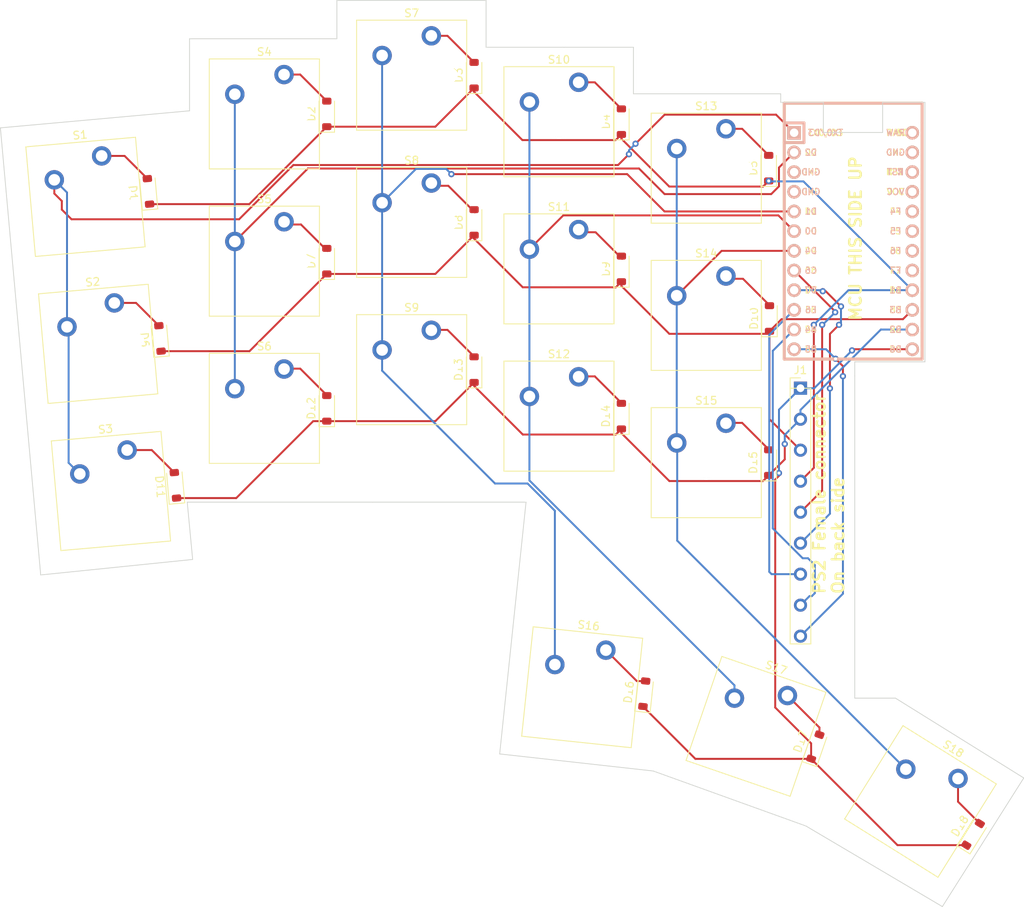
<source format=kicad_pcb>
(kicad_pcb (version 20221018) (generator pcbnew)
  (layers (0 "F.Cu" signal) (31 "B.Cu" signal) (34 "B.Paste" user) (35 "F.Paste" user) (36 "B.SilkS" user "B.Silkscreen") (37 "F.SilkS" user "F.Silkscreen") (38 "B.Mask" user) (39 "F.Mask" user) (44 "Edge.Cuts" user))
  (net 0 "")
  (net 1 "R4")
  (net 2 "Net-(D1-A)")
  (net 3 "Net-(D2-A)")
  (net 4 "Net-(D3-A)")
  (net 5 "Net-(D4-A)")
  (net 7 "Net-(D5-A)")
  (net 8 "R3")
  (net 9 "Net-(D6-A)")
  (net 10 "Net-(D7-A)")
  (net 11 "Net-(D8-A)")
  (net 12 "Net-(D9-A)")
  (net 13 "Net-(D10-A)")
  (net 14 "R2")
  (net 15 "Net-(D11-A)")
  (net 16 "Net-(D12-A)")
  (net 17 "Net-(D13-A)")
  (net 18 "Net-(D14-A)")
  (net 19 "Net-(D15-A)")
  (net 20 "R1")
  (net 21 "Net-(D16-A)")
  (net 22 "Net-(D17-A)")
  (net 23 "Net-(D18-A)")
  (net 24 "C6")
  (net 25 "C7")
  (net 26 "C8")
  (net 27 "C9")
  (net 28 "C10")
  (net 29 "C1")
  (net 30 "C2")
  (net 31 "C3")
  (net 32 "C4")
  (net 33 "C5")
  (footprint "Diode_SMD:D_SOD-123" (layer "F.Cu") (at 88.9 95.603631 90)
    (fp_text reference "D14")
    (fp_text value "D_Small")
  )
  (footprint "Diode_SMD:D_SOD-123" (layer "F.Cu") (at 88.9 57.603631 90)
    (fp_text reference "D4")
    (fp_text value "D_Small")
  )
  (footprint "Switch_Keyboard_Cherry_MX:SW_Cherry_MX_PCB_1.00u" (layer "F.Cu") (at 61.847381 70.603631)
    (fp_text reference "S8")
    (fp_text value "SW_Push")
  )
  (footprint "Switch_Keyboard_Cherry_MX:SW_Cherry_MX_PCB_1.00u" (layer "F.Cu") (at 80.847381 76.603631)
    (fp_text reference "S11")
    (fp_text value "SW_Push")
  )
  (footprint "Diode_SMD:D_SOD-123" (layer "F.Cu") (at 29.382957 85.577738 95)
    (fp_text reference "D6")
    (fp_text value "D_Small")
  )
  (footprint "Diode_SMD:D_SOD-123" (layer "F.Cu") (at 91.853649 131.434063 84)
    (fp_text reference "D16")
    (fp_text value "D_Small")
  )
  (footprint "Switch_Keyboard_Cherry_MX:SW_Cherry_MX_PCB_1.00u" (layer "F.Cu") (at 21.41117 86.275179 5)
    (fp_text reference "S2")
    (fp_text value "SW_Push")
  )
  (footprint "Diode_SMD:D_SOD-123" (layer "F.Cu") (at 50.9 75.603631 90)
    (fp_text reference "D7")
    (fp_text value "D_Small")
  )
  (footprint "Switch_Keyboard_Cherry_MX:SW_Cherry_MX_PCB_1.00u" (layer "F.Cu") (at 42.847381 75.603631)
    (fp_text reference "S5")
    (fp_text value "SW_Push")
  )
  (footprint "Diode_SMD:D_SOD-123" (layer "F.Cu") (at 69.9 89.603631 90)
    (fp_text reference "D13")
    (fp_text value "D_Small")
  )
  (footprint "Diode_SMD:D_SOD-123" (layer "F.Cu") (at 27.9 66.6 95)
    (fp_text reference "D1")
    (fp_text value "D_Small")
  )
  (footprint "Switch_Keyboard_Cherry_MX:SW_Cherry_MX_PCB_1.00u" (layer "F.Cu") (at 42.847381 94.603631)
    (fp_text reference "S6")
    (fp_text value "SW_Push")
  )
  (footprint "Diode_SMD:D_SOD-123" (layer "F.Cu") (at 113.910976 138.2753 71)
    (fp_text reference "D17")
    (fp_text value "D_Small")
  )
  (footprint "Diode_SMD:D_SOD-123" (layer "F.Cu") (at 107.9 63.6 90)
    (fp_text reference "D5")
    (fp_text value "D_Small")
  )
  (footprint "Switch_Keyboard_Cherry_MX:SW_Cherry_MX_PCB_1.00u" (layer "F.Cu") (at 19.773893 67.305414 5)
    (fp_text reference "S1")
    (fp_text value "SW_Push")
  )
  (footprint "Switch_Keyboard_Cherry_MX:SW_Cherry_MX_PCB_1.00u" (layer "F.Cu") (at 61.847381 51.603631)
    (fp_text reference "S7")
    (fp_text value "SW_Push")
  )
  (footprint "Switch_Keyboard_Cherry_MX:SW_Cherry_MX_PCB_1.00u" (layer "F.Cu") (at 83.842328 130.592039 -6)
    (fp_text reference "S16")
    (fp_text value "SW_Push")
  )
  (footprint "Switch_Keyboard_Cherry_MX:SW_Cherry_MX_PCB_1.00u" (layer "F.Cu") (at 80.847381 57.603631)
    (fp_text reference "S10")
    (fp_text value "SW_Push")
  )
  (footprint "Switch_Keyboard_Cherry_MX:SW_Cherry_MX_PCB_1.00u" (layer "F.Cu") (at 127.475976 145.33504 -32)
    (fp_text reference "S18")
    (fp_text value "SW_Push")
  )
  (footprint "Switch_Keyboard_Cherry_MX:SW_Cherry_MX_PCB_1.00u" (layer "F.Cu") (at 42.847381 56.603631)
    (fp_text reference "S4")
    (fp_text value "SW_Push")
  )
  (footprint "Diode_SMD:D_SOD-123" (layer "F.Cu") (at 107.9 101.603631 90)
    (fp_text reference "D15")
    (fp_text value "D_Small")
  )
  (footprint "Diode_SMD:D_SOD-123" (layer "F.Cu") (at 108 83 90)
    (fp_text reference "D10")
    (fp_text value "D_Small")
  )
  (footprint "Switch_Keyboard_Cherry_MX:SW_Cherry_MX_PCB_1.00u" (layer "F.Cu") (at 106.260952 135.641185 -19)
    (fp_text reference "S17")
    (fp_text value "SW_Push")
  )
  (footprint "MX:1x9 4mm" (layer "F.Cu") (at 112 92)
    (fp_text reference "J1")
    (fp_text value "Conn_01x09")
  )
  (footprint "Diode_SMD:D_SOD-123" (layer "F.Cu") (at 50.9 94.6 90)
    (fp_text reference "D12")
    (fp_text value "D_Small")
  )
  (footprint "Diode_SMD:D_SOD-123" (layer "F.Cu") (at 69.9 70.603631 90)
    (fp_text reference "D8")
    (fp_text value "D_Small")
  )
  (footprint "Switch_Keyboard_Cherry_MX:SW_Cherry_MX_PCB_1.00u" (layer "F.Cu") (at 23.059801 105.263719 5)
    (fp_text reference "S3")
    (fp_text value "SW_Push")
  )
  (footprint "Switch_Keyboard_Cherry_MX:SW_Cherry_MX_PCB_1.00u" (layer "F.Cu") (at 99.847381 82.603631)
    (fp_text reference "S14")
    (fp_text value "SW_Push")
  )
  (footprint "Diode_SMD:D_SOD-123" (layer "F.Cu") (at 50.9 56.6 90)
    (fp_text reference "D2")
    (fp_text value "D_Small")
  )
  (footprint "Diode_SMD:D_SOD-123" (layer "F.Cu") (at 88.9 76.603631 90)
    (fp_text reference "D9")
    (fp_text value "D_Small")
  )
  (footprint "Keebio-Parts:ArduinoProMicro" (layer "F.Cu") (at 118.8 73 -90)
    (fp_text reference "U2" hide)
    (fp_text value "ProMicro" hide)
  )
  (footprint "Switch_Keyboard_Cherry_MX:SW_Cherry_MX_PCB_1.00u" (layer "F.Cu") (at 99.847381 63.603631)
    (fp_text reference "S13")
    (fp_text value "SW_Push")
  )
  (footprint "Diode_SMD:D_SOD-123" (layer "F.Cu") (at 134.260361 149.574394 58)
    (fp_text reference "D18")
    (fp_text value "D_Small")
  )
  (footprint "Diode_SMD:D_SOD-123" (layer "F.Cu") (at 31.379293 104.535858 95)
    (fp_text reference "D11")
    (fp_text value "D_Small")
  )
  (footprint "Diode_SMD:D_SOD-123" (layer "F.Cu") (at 69.9 51.603631 90)
    (fp_text reference "D3")
    (fp_text value "D_Small")
  )
  (footprint "Switch_Keyboard_Cherry_MX:SW_Cherry_MX_PCB_1.00u" (layer "F.Cu") (at 80.847381 95.603631)
    (fp_text reference "S12")
    (fp_text value "SW_Push")
  )
  (footprint "Switch_Keyboard_Cherry_MX:SW_Cherry_MX_PCB_1.00u" (layer "F.Cu") (at 61.847381 89.603631)
    (fp_text reference "S9")
    (fp_text value "SW_Push")
  )
  (footprint "Switch_Keyboard_Cherry_MX:SW_Cherry_MX_PCB_1.00u" (layer "F.Cu") (at 99.847381 101.603631)
    (fp_text reference "S15")
    (fp_text value "SW_Push")
  )
  (gr_line (start 81.5 48) (end 90.45 48) (stroke (width 0.1)) (layer "Edge.Cuts"))
  (gr_line (start 119 132) (end 124.25 132) (stroke (width 0.1)) (layer "Edge.Cuts"))
  (gr_line (start 112.7 148.5) (end 93 141.4) (stroke (width 0.1)) (layer "Edge.Cuts"))
  (gr_line (start 14 116.1) (end 8.8 58.4) (stroke (width 0.1)) (layer "Edge.Cuts"))
  (gr_line (start 119 90.4) (end 119 132) (stroke (width 0.1)) (layer "Edge.Cuts"))
  (gr_line (start 124.25 132) (end 140.8 142.3) (stroke (width 0.1)) (layer "Edge.Cuts"))
  (gr_line (start 71.45 41.95) (end 71.45 48) (stroke (width 0.1)) (layer "Edge.Cuts"))
  (gr_line (start 32.9 106.7) (end 56.8 106.7) (stroke (width 0.1)) (layer "Edge.Cuts"))
  (gr_line (start 122.6 59) (end 122.6 55.1) (stroke (width 0.1)) (layer "Edge.Cuts"))
  (gr_line (start 114.95 59) (end 122.6 59) (stroke (width 0.1)) (layer "Edge.Cuts"))
  (gr_line (start 33.6 114.1) (end 32.9 106.7) (stroke (width 0.1)) (layer "Edge.Cuts"))
  (gr_line (start 109.45 54) (end 109.45 55.1) (stroke (width 0.1)) (layer "Edge.Cuts"))
  (gr_line (start 33.2 56.2) (end 33.2 46.9) (stroke (width 0.1)) (layer "Edge.Cuts"))
  (gr_line (start 90.45 48) (end 90.45 54) (stroke (width 0.1)) (layer "Edge.Cuts"))
  (gr_line (start 128.05 88.6) (end 119 88.6) (stroke (width 0.1)) (layer "Edge.Cuts"))
  (gr_line (start 56.8 106.7) (end 76.6 106.7) (stroke (width 0.1)) (layer "Edge.Cuts"))
  (gr_line (start 14 116.1) (end 33.6 114.1) (stroke (width 0.1)) (layer "Edge.Cuts"))
  (gr_line (start 109.45 55.1) (end 114.95 55.1) (stroke (width 0.1)) (layer "Edge.Cuts"))
  (gr_line (start 130.3 158.9) (end 140.8 142.3) (stroke (width 0.1)) (layer "Edge.Cuts"))
  (gr_line (start 52.2 41.95) (end 71.45 41.95) (stroke (width 0.1)) (layer "Edge.Cuts"))
  (gr_line (start 33.2 46.9) (end 52.2 46.9) (stroke (width 0.1)) (layer "Edge.Cuts"))
  (gr_line (start 93 141.4) (end 73.2 139.2) (stroke (width 0.1)) (layer "Edge.Cuts"))
  (gr_line (start 128.05 55.1) (end 128.05 88.6) (stroke (width 0.1)) (layer "Edge.Cuts"))
  (gr_line (start 130.3 158.9) (end 112.7 148.5) (stroke (width 0.1)) (layer "Edge.Cuts"))
  (gr_line (start 119 88.6) (end 119 90.4) (stroke (width 0.1)) (layer "Edge.Cuts"))
  (gr_line (start 8.8 58.4) (end 33.2 56.2) (stroke (width 0.1)) (layer "Edge.Cuts"))
  (gr_line (start 71.45 48) (end 81.5 48) (stroke (width 0.1)) (layer "Edge.Cuts"))
  (gr_line (start 73.2 139.2) (end 76.6 106.7) (stroke (width 0.1)) (layer "Edge.Cuts"))
  (gr_line (start 52.2 46.9) (end 52.2 41.95) (stroke (width 0.1)) (layer "Edge.Cuts"))
  (gr_line (start 122.6 55.1) (end 128.05 55.1) (stroke (width 0.1)) (layer "Edge.Cuts"))
  (gr_line (start 114.95 55.1) (end 114.95 59) (stroke (width 0.1)) (layer "Edge.Cuts"))
  (gr_line (start 90.45 54) (end 109.45 54) (stroke (width 0.1)) (layer "Edge.Cuts"))
  (gr_text "PS2 Female connector\nOn back side" (at 117.723227 118.699079 90) (layer "F.SilkS") (effects (font (size 1.5 1.5) (thickness 0.3) bold) (justify left bottom)))
  (gr_text "MCU THIS SIDE UP" (at 119.973227 83.449079 90) (layer "F.SilkS") (effects (font (size 1.5 1.5) (thickness 0.3) bold) (justify left bottom)))
  (segment (start 88.175 59.978631) (end 88.9 59.253631) (width 0.25) (layer "F.Cu") (net 1))
  (segment (start 88.9 59.8) (end 95.078631 65.978631) (width 0.25) (layer "F.Cu") (net 1))
  (segment (start 95.078631 65.978631) (end 107.171369 65.978631) (width 0.25) (layer "F.Cu") (net 1))
  (segment (start 88.9 59.253631) (end 88.9 59.8) (width 0.25) (layer "F.Cu") (net 1))
  (segment (start 28.043807 68.243721) (end 40.906279 68.243721) (width 0.25) (layer "F.Cu") (net 1))
  (segment (start 50.9 58.25) (end 64.903631 58.25) (width 0.25) (layer "F.Cu") (net 1))
  (segment (start 64.903631 58.25) (end 69.9 53.253631) (width 0.25) (layer "F.Cu") (net 1))
  (segment (start 107.171369 65.978631) (end 107.9 65.25) (width 0.25) (layer "F.Cu") (net 1))
  (segment (start 40.906279 68.243721) (end 50.9 58.25) (width 0.25) (layer "F.Cu") (net 1))
  (segment (start 69.9 53.752008) (end 76.126623 59.978631) (width 0.25) (layer "F.Cu") (net 1))
  (segment (start 113.723227 102.276773) (end 113.723227 84.699079) (width 0.25) (layer "F.Cu") (net 1))
  (segment (start 76.126623 59.978631) (end 88.175 59.978631) (width 0.25) (layer "F.Cu") (net 1))
  (segment (start 69.9 53.253631) (end 69.9 53.752008) (width 0.25) (layer "F.Cu") (net 1))
  (segment (start 113.723227 84.699079) (end 113.723227 83.8158) (width 0.25) (layer "F.Cu") (net 1))
  (segment (start 112 104) (end 113.723227 102.276773) (width 0.25) (layer "F.Cu") (net 1))
  (via (at 113.723227 83.8158) (size 0.8) (drill 0.4) (layers "F.Cu" "B.Cu") (net 1))
  (via (at 107.9 65.25) (size 0.8) (drill 0.4) (layers "F.Cu" "B.Cu") (net 1))
  (segment (start 112.3813 65.3113) (end 126.42 79.35) (width 0.25) (layer "B.Cu") (net 1))
  (segment (start 107.9 65.25) (end 107.9613 65.3113) (width 0.25) (layer "B.Cu") (net 1))
  (segment (start 118.189027 79.35) (end 126.42 79.35) (width 0.25) (layer "B.Cu") (net 1))
  (segment (start 107.9613 65.3113) (end 112.3813 65.3113) (width 0.25) (layer "B.Cu") (net 1))
  (segment (start 113.723227 83.8158) (end 118.189027 79.35) (width 0.25) (layer "B.Cu") (net 1))
  (segment (start 21.861476 62.023369) (end 24.823283 62.023369) (width 0.25) (layer "F.Cu") (net 2))
  (segment (start 24.823283 62.023369) (end 27.756193 64.956279) (width 0.25) (layer "F.Cu") (net 2))
  (segment (start 45.387381 51.523631) (end 47.473631 51.523631) (width 0.25) (layer "F.Cu") (net 3))
  (segment (start 47.473631 51.523631) (end 50.9 54.95) (width 0.25) (layer "F.Cu") (net 3))
  (segment (start 66.47 46.523631) (end 69.9 49.953631) (width 0.25) (layer "F.Cu") (net 4))
  (segment (start 64.387381 46.523631) (end 66.47 46.523631) (width 0.25) (layer "F.Cu") (net 4))
  (segment (start 83.387381 52.523631) (end 85.47 52.523631) (width 0.25) (layer "F.Cu") (net 5))
  (segment (start 85.47 52.523631) (end 88.9 55.953631) (width 0.25) (layer "F.Cu") (net 5))
  (segment (start 102.387381 58.523631) (end 104.473631 58.523631) (width 0.25) (layer "F.Cu") (net 7))
  (segment (start 104.473631 58.523631) (end 107.9 61.95) (width 0.25) (layer "F.Cu") (net 7))
  (segment (start 88.9 78.253631) (end 88.9 78.8) (width 0.25) (layer "F.Cu") (net 8))
  (segment (start 76.178631 78.978631) (end 88.175 78.978631) (width 0.25) (layer "F.Cu") (net 8))
  (segment (start 64.9 77.253631) (end 69.9 72.253631) (width 0.25) (layer "F.Cu") (net 8))
  (segment (start 108 84.65) (end 109.5587 83.0913) (width 0.25) (layer "F.Cu") (net 8))
  (segment (start 125.2187 83.0913) (end 126.42 81.89) (width 0.25) (layer "F.Cu") (net 8))
  (segment (start 69.9 72.253631) (end 69.9 72.7) (width 0.25) (layer "F.Cu") (net 8))
  (segment (start 88.9 78.8) (end 95.078631 84.978631) (width 0.25) (layer "F.Cu") (net 8))
  (segment (start 88.175 78.978631) (end 88.9 78.253631) (width 0.25) (layer "F.Cu") (net 8))
  (segment (start 107.671369 84.978631) (end 108 84.65) (width 0.25) (layer "F.Cu") (net 8))
  (segment (start 69.9 72.7) (end 76.178631 78.978631) (width 0.25) (layer "F.Cu") (net 8))
  (segment (start 108 84.65) (end 108 96) (width 0.25) (layer "F.Cu") (net 8))
  (segment (start 108 96) (end 112 100) (width 0.25) (layer "F.Cu") (net 8))
  (segment (start 29.526764 87.221459) (end 40.932172 87.221459) (width 0.25) (layer "F.Cu") (net 8))
  (segment (start 50.9 77.253631) (end 64.9 77.253631) (width 0.25) (layer "F.Cu") (net 8))
  (segment (start 40.932172 87.221459) (end 50.9 77.253631) (width 0.25) (layer "F.Cu") (net 8))
  (segment (start 109.5587 83.0913) (end 125.2187 83.0913) (width 0.25) (layer "F.Cu") (net 8))
  (segment (start 95.078631 84.978631) (end 107.671369 84.978631) (width 0.25) (layer "F.Cu") (net 8))
  (segment (start 26.298267 80.993134) (end 29.23915 83.934017) (width 0.25) (layer "F.Cu") (net 9))
  (segment (start 23.498753 80.993134) (end 26.298267 80.993134) (width 0.25) (layer "F.Cu") (net 9))
  (segment (start 45.487381 70.873631) (end 47.573631 70.873631) (width 0.25) (layer "F.Cu") (net 10))
  (segment (start 47.573631 70.873631) (end 51 74.3) (width 0.25) (layer "F.Cu") (net 10))
  (segment (start 66.57 65.873631) (end 70 69.303631) (width 0.25) (layer "F.Cu") (net 11))
  (segment (start 64.487381 65.873631) (end 66.57 65.873631) (width 0.25) (layer "F.Cu") (net 11))
  (segment (start 85.57 71.873631) (end 89 75.303631) (width 0.25) (layer "F.Cu") (net 12))
  (segment (start 83.487381 71.873631) (end 85.57 71.873631) (width 0.25) (layer "F.Cu") (net 12))
  (segment (start 104.573631 77.873631) (end 108 81.3) (width 0.25) (layer "F.Cu") (net 13))
  (segment (start 102.487381 77.873631) (end 104.573631 77.873631) (width 0.25) (layer "F.Cu") (net 13))
  (segment (start 109.973227 101.180404) (end 109.973227 99.199079) (width 0.25) (layer "F.Cu") (net 14))
  (segment (start 49.15 96.25) (end 50.9 96.25) (width 0.25) (layer "F.Cu") (net 14))
  (segment (start 107.175 103.978631) (end 107.9 103.253631) (width 0.25) (layer "F.Cu") (net 14))
  (segment (start 76.178631 97.978631) (end 88.175 97.978631) (width 0.25) (layer "F.Cu") (net 14))
  (segment (start 95.078631 103.978631) (end 107.175 103.978631) (width 0.25) (layer "F.Cu") (net 14))
  (segment (start 50.9 96.25) (end 64.903631 96.25) (width 0.25) (layer "F.Cu") (net 14))
  (segment (start 88.9 97.253631) (end 88.9 97.8) (width 0.25) (layer "F.Cu") (net 14))
  (segment (start 88.9 97.8) (end 95.078631 103.978631) (width 0.25) (layer "F.Cu") (net 14))
  (segment (start 107.9 103.253631) (end 109.973227 101.180404) (width 0.25) (layer "F.Cu") (net 14))
  (segment (start 64.903631 96.25) (end 69.9 91.253631) (width 0.25) (layer "F.Cu") (net 14))
  (segment (start 69.9 91.7) (end 76.178631 97.978631) (width 0.25) (layer "F.Cu") (net 14))
  (segment (start 39.220421 106.179579) (end 49.15 96.25) (width 0.25) (layer "F.Cu") (net 14))
  (segment (start 31.5231 106.179579) (end 39.220421 106.179579) (width 0.25) (layer "F.Cu") (net 14))
  (segment (start 88.175 97.978631) (end 88.9 97.253631) (width 0.25) (layer "F.Cu") (net 14))
  (segment (start 69.9 91.253631) (end 69.9 91.7) (width 0.25) (layer "F.Cu") (net 14))
  (via (at 109.973227 99.199079) (size 0.8) (drill 0.4) (layers "F.Cu" "B.Cu") (net 14))
  (segment (start 109.973227 99.199079) (end 109.973227 98.026773) (width 0.25) (layer "B.Cu") (net 14))
  (segment (start 112 96) (end 112 94.797919) (width 0.25) (layer "B.Cu") (net 14))
  (segment (start 112 94.797919) (end 122.367919 84.43) (width 0.25) (layer "B.Cu") (net 14))
  (segment (start 122.367919 84.43) (end 126.42 84.43) (width 0.25) (layer "B.Cu") (net 14))
  (segment (start 109.973227 98.026773) (end 112 96) (width 0.25) (layer "B.Cu") (net 14))
  (segment (start 28.325023 99.981674) (end 31.235486 102.892137) (width 0.25) (layer "F.Cu") (net 15))
  (segment (start 25.147384 99.981674) (end 28.325023 99.981674) (width 0.25) (layer "F.Cu") (net 15))
  (segment (start 47.473631 89.473631) (end 50.9 92.9) (width 0.25) (layer "F.Cu") (net 16))
  (segment (start 45.387381 89.473631) (end 47.473631 89.473631) (width 0.25) (layer "F.Cu") (net 16))
  (segment (start 66.47 84.473631) (end 69.9 87.903631) (width 0.25) (layer "F.Cu") (net 17))
  (segment (start 64.387381 84.473631) (end 66.47 84.473631) (width 0.25) (layer "F.Cu") (net 17))
  (segment (start 85.47 90.473631) (end 88.9 93.903631) (width 0.25) (layer "F.Cu") (net 18))
  (segment (start 83.387381 90.473631) (end 85.47 90.473631) (width 0.25) (layer "F.Cu") (net 18))
  (segment (start 102.387381 96.473631) (end 104.473631 96.473631) (width 0.25) (layer "F.Cu") (net 19))
  (segment (start 104.473631 96.473631) (end 107.9 99.9) (width 0.25) (layer "F.Cu") (net 19))
  (segment (start 124.512056 150.973673) (end 133.385994 150.973673) (width 0.25) (layer "F.Cu") (net 20))
  (segment (start 91.681177 133.075024) (end 98.441559 139.835406) (width 0.25) (layer "F.Cu") (net 20))
  (segment (start 109.226189 103.305259) (end 109.226189 102.952041) (width 0.25) (layer "F.Cu") (net 20))
  (segment (start 113.373789 139.835406) (end 124.512056 150.973673) (width 0.25) (layer "F.Cu") (net 20))
  (segment (start 98.441559 139.835406) (end 113.373789 139.835406) (width 0.25) (layer "F.Cu") (net 20))
  (segment (start 118.80332 86.97) (end 126.42 86.97) (width 0.25) (layer "F.Cu") (net 20))
  (segment (start 113.373789 139.835406) (end 113.373789 137.836907) (width 0.25) (layer "F.Cu") (net 20))
  (segment (start 108.741455 133.204573) (end 108.741455 103.789993) (width 0.25) (layer "F.Cu") (net 20))
  (segment (start 108.741455 103.789993) (end 109.226189 103.305259) (width 0.25) (layer "F.Cu") (net 20))
  (segment (start 118.648734 87.124586) (end 118.80332 86.97) (width 0.25) (layer "F.Cu") (net 20))
  (segment (start 113.373789 137.836907) (end 108.741455 133.204573) (width 0.25) (layer "F.Cu") (net 20))
  (via (at 109.226189 102.952041) (size 0.8) (drill 0.4) (layers "F.Cu" "B.Cu") (net 20))
  (via (at 118.648734 87.124586) (size 0.8) (drill 0.4) (layers "F.Cu" "B.Cu") (net 20))
  (segment (start 109.226189 94.773811) (end 112 92) (width 0.25) (layer "B.Cu") (net 20))
  (segment (start 118.648734 87.124586) (end 113.773321 92) (width 0.25) (layer "B.Cu") (net 20))
  (segment (start 109.226189 102.952041) (end 109.226189 94.773811) (width 0.25) (layer "B.Cu") (net 20))
  (segment (start 113.773321 92) (end 112 92) (width 0.25) (layer "B.Cu") (net 20))
  (segment (start 86.899418 125.80537) (end 90.88715 129.793102) (width 0.25) (layer "F.Cu") (net 21))
  (segment (start 90.88715 129.793102) (end 92.026121 129.793102) (width 0.25) (layer "F.Cu") (net 21))
  (segment (start 114.448163 135.796602) (end 114.448163 136.715194) (width 0.25) (layer "F.Cu") (net 22))
  (segment (start 110.316455 131.664894) (end 114.448163 135.796602) (width 0.25) (layer "F.Cu") (net 22))
  (segment (start 132.322008 145.362395) (end 135.134728 148.175115) (width 0.25) (layer "F.Cu") (net 23))
  (segment (start 132.322008 142.372951) (end 132.322008 145.362395) (width 0.25) (layer "F.Cu") (net 23))
  (segment (start 114.793887 105.206113) (end 114.793887 83.8158) (width 0.25) (layer "F.Cu") (net 24))
  (segment (start 116.473227 82.103227) (end 111.18 76.81) (width 0.25) (layer "F.Cu") (net 24))
  (segment (start 116.473227 82.199079) (end 116.473227 82.103227) (width 0.25) (layer "F.Cu") (net 24))
  (segment (start 112 108) (end 114.793887 105.206113) (width 0.25) (layer "F.Cu") (net 24))
  (via (at 114.793887 83.8158) (size 0.8) (drill 0.4) (layers "F.Cu" "B.Cu") (net 24))
  (via (at 116.473227 82.199079) (size 0.8) (drill 0.4) (layers "F.Cu" "B.Cu") (net 24))
  (segment (start 114.856506 83.8158) (end 116.473227 82.199079) (width 0.25) (layer "B.Cu") (net 24))
  (segment (start 114.793887 83.8158) (end 114.856506 83.8158) (width 0.25) (layer "B.Cu") (net 24))
  (segment (start 115.255615 79.481467) (end 117.223227 81.449079) (width 0.25) (layer "F.Cu") (net 25))
  (segment (start 114.876065 79.481467) (end 115.255615 79.481467) (width 0.25) (layer "F.Cu") (net 25))
  (segment (start 115.798333 84.990694) (end 116.973227 83.8158) (width 0.25) (layer "F.Cu") (net 25))
  (segment (start 115.798333 92.024185) (end 115.798333 84.990694) (width 0.25) (layer "F.Cu") (net 25))
  (via (at 114.876065 79.481467) (size 0.8) (drill 0.4) (layers "F.Cu" "B.Cu") (net 25))
  (via (at 115.798333 92.024185) (size 0.8) (drill 0.4) (layers "F.Cu" "B.Cu") (net 25))
  (via (at 117.223227 81.449079) (size 0.8) (drill 0.4) (layers "F.Cu" "B.Cu") (net 25))
  (via (at 116.973227 83.8158) (size 0.8) (drill 0.4) (layers "F.Cu" "B.Cu") (net 25))
  (segment (start 112 112) (end 115.798333 108.201667) (width 0.25) (layer "B.Cu") (net 25))
  (segment (start 115.798333 108.201667) (end 115.798333 92.024185) (width 0.25) (layer "B.Cu") (net 25))
  (segment (start 117.223227 83.5658) (end 117.223227 81.449079) (width 0.25) (layer "B.Cu") (net 25))
  (segment (start 114.876065 79.481467) (end 114.744598 79.35) (width 0.25) (layer "B.Cu") (net 25))
  (segment (start 116.973227 83.8158) (end 117.223227 83.5658) (width 0.25) (layer "B.Cu") (net 25))
  (segment (start 114.744598 79.35) (end 111.18 79.35) (width 0.25) (layer "B.Cu") (net 25))
  (segment (start 108.274148 116) (end 112 116) (width 0.25) (layer "B.Cu") (net 26))
  (segment (start 111.18 81.89) (end 107.973227 85.096773) (width 0.25) (layer "B.Cu") (net 26))
  (segment (start 107.973227 115.699079) (end 108.274148 116) (width 0.25) (layer "B.Cu") (net 26))
  (segment (start 107.973227 85.096773) (end 107.973227 115.699079) (width 0.25) (layer "B.Cu") (net 26))
  (segment (start 108.423227 110.084928) (end 108.423227 87.186773) (width 0.25) (layer "B.Cu") (net 27))
  (segment (start 113.175 118.825) (end 113.472306 118.825) (width 0.25) (layer "B.Cu") (net 27))
  (segment (start 112.287378 113.949079) (end 108.423227 110.084928) (width 0.25) (layer "B.Cu") (net 27))
  (segment (start 113.472306 118.825) (end 113.848227 118.449079) (width 0.25) (layer "B.Cu") (net 27))
  (segment (start 112 120) (end 113.175 118.825) (width 0.25) (layer "B.Cu") (net 27))
  (segment (start 113.848227 118.449079) (end 113.848227 114.824079) (width 0.25) (layer "B.Cu") (net 27))
  (segment (start 112.973227 113.949079) (end 112.287378 113.949079) (width 0.25) (layer "B.Cu") (net 27))
  (segment (start 108.423227 87.186773) (end 111.18 84.43) (width 0.25) (layer "B.Cu") (net 27))
  (segment (start 113.848227 114.824079) (end 112.973227 113.949079) (width 0.25) (layer "B.Cu") (net 27))
  (segment (start 117.473227 89.149473) (end 116.522833 88.199079) (width 0.25) (layer "F.Cu") (net 28))
  (segment (start 117.473227 90.449079) (end 117.473227 89.149473) (width 0.25) (layer "F.Cu") (net 28))
  (via (at 116.522833 88.199079) (size 0.8) (drill 0.4) (layers "F.Cu" "B.Cu") (net 28))
  (via (at 117.473227 90.449079) (size 0.8) (drill 0.4) (layers "F.Cu" "B.Cu") (net 28))
  (segment (start 116.522833 88.199079) (end 115.293754 86.97) (width 0.25) (layer "B.Cu") (net 28))
  (segment (start 117.473227 118.526773) (end 117.473227 90.449079) (width 0.25) (layer "B.Cu") (net 28))
  (segment (start 112 124) (end 117.473227 118.526773) (width 0.25) (layer "B.Cu") (net 28))
  (segment (start 115.293754 86.97) (end 111.18 86.97) (width 0.25) (layer "B.Cu") (net 28))
  (segment (start 46.587317 63.199079) (end 69.223227 63.199079) (width 0.25) (layer "F.Cu") (net 29))
  (segment (start 16.723227 67.84112) (end 16.723227 68.949079) (width 0.25) (layer "F.Cu") (net 29))
  (segment (start 94.473227 56.699079) (end 108.849079 56.699079) (width 0.25) (layer "F.Cu") (net 29))
  (segment (start 108.849079 56.699079) (end 111.18 59.03) (width 0.25) (layer "F.Cu") (net 29))
  (segment (start 16.723227 68.949079) (end 17.454562 69.680414) (width 0.25) (layer "F.Cu") (net 29))
  (segment (start 41.780272 68.006124) (end 46.587317 63.199079) (width 0.25) (layer "F.Cu") (net 29))
  (segment (start 39.587317 70.199079) (end 41.780272 68.006124) (width 0.25) (layer "F.Cu") (net 29))
  (segment (start 88.473227 63.199079) (end 89.873854 61.798452) (width 0.25) (layer "F.Cu") (net 29))
  (segment (start 15.757016 66.874909) (end 16.723227 67.84112) (width 0.25) (layer "F.Cu") (net 29))
  (segment (start 15.757016 65.107143) (end 15.757016 66.874909) (width 0.25) (layer "F.Cu") (net 29))
  (segment (start 69.223227 63.199079) (end 88.473227 63.199079) (width 0.25) (layer "F.Cu") (net 29))
  (segment (start 17.454562 69.680414) (end 17.973227 70.199079) (width 0.25) (layer "F.Cu") (net 29))
  (segment (start 17.973227 70.199079) (end 39.587317 70.199079) (width 0.25) (layer "F.Cu") (net 29))
  (segment (start 90.723227 60.449079) (end 94.473227 56.699079) (width 0.25) (layer "F.Cu") (net 29))
  (via (at 89.873854 61.798452) (size 0.8) (drill 0.4) (layers "F.Cu" "B.Cu") (net 29))
  (via (at 90.723227 60.449079) (size 0.8) (drill 0.4) (layers "F.Cu" "B.Cu") (net 29))
  (segment (start 17.394293 84.076908) (end 17.600501 84.283116) (width 0.25) (layer "B.Cu") (net 29))
  (segment (start 15.757016 65.107143) (end 17.394293 66.74442) (width 0.25) (layer "B.Cu") (net 29))
  (segment (start 89.873854 61.798452) (end 89.873854 61.298452) (width 0.25) (layer "B.Cu") (net 29))
  (segment (start 17.600501 101.623025) (end 19.042924 103.065448) (width 0.25) (layer "B.Cu") (net 29))
  (segment (start 17.394293 66.74442) (end 17.394293 84.076908) (width 0.25) (layer "B.Cu") (net 29))
  (segment (start 89.873854 61.298452) (end 90.723227 60.449079) (width 0.25) (layer "B.Cu") (net 29))
  (segment (start 17.600501 84.283116) (end 17.600501 101.623025) (width 0.25) (layer "B.Cu") (net 29))
  (segment (start 109.223227 65.949079) (end 109.223227 63.526773) (width 0.25) (layer "F.Cu") (net 30))
  (segment (start 39.037381 73.063631) (end 48.451933 63.649079) (width 0.25) (layer "F.Cu") (net 30))
  (segment (start 108.223227 66.949079) (end 109.223227 65.949079) (width 0.25) (layer "F.Cu") (net 30))
  (segment (start 48.451933 63.649079) (end 91.173227 63.649079) (width 0.25) (layer "F.Cu") (net 30))
  (segment (start 94.473227 66.949079) (end 108.223227 66.949079) (width 0.25) (layer "F.Cu") (net 30))
  (segment (start 91.173227 63.649079) (end 94.473227 66.949079) (width 0.25) (layer "F.Cu") (net 30))
  (segment (start 109.223227 63.526773) (end 111.18 61.57) (width 0.25) (layer "F.Cu") (net 30))
  (segment (start 39.037381 54.063631) (end 39.037381 92.063631) (width 0.25) (layer "B.Cu") (net 30))
  (segment (start 66.973227 64.373579) (end 89.647727 64.373579) (width 0.25) (layer "F.Cu") (net 31))
  (segment (start 94.464148 69.19) (end 111.18 69.19) (width 0.25) (layer "F.Cu") (net 31))
  (segment (start 89.647727 64.373579) (end 94.464148 69.19) (width 0.25) (layer "F.Cu") (net 31))
  (via (at 66.973227 64.373579) (size 0.8) (drill 0.4) (layers "F.Cu" "B.Cu") (net 31))
  (segment (start 80.318702 107.818702) (end 76.8 104.3) (width 0.25) (layer "B.Cu") (net 31))
  (segment (start 66.298727 63.699079) (end 66.973227 64.373579) (width 0.25) (layer "B.Cu") (net 31))
  (segment (start 63.973227 63.699079) (end 66.298727 63.699079) (width 0.25) (layer "B.Cu") (net 31))
  (segment (start 80.318702 127.6677) (end 80.318702 107.818702) (width 0.25) (layer "B.Cu") (net 31))
  (segment (start 62.401933 63.699079) (end 63.973227 63.699079) (width 0.25) (layer "B.Cu") (net 31))
  (segment (start 58.037381 68.063631) (end 62.401933 63.699079) (width 0.25) (layer "B.Cu") (net 31))
  (segment (start 72.6 104.3) (end 76.8 104.3) (width 0.25) (layer "B.Cu") (net 31))
  (segment (start 58.037381 87.063631) (end 58.037381 49.063631) (width 0.25) (layer "B.Cu") (net 31))
  (segment (start 58.037381 87.063631) (end 58.037381 89.737381) (width 0.25) (layer "B.Cu") (net 31))
  (segment (start 58.037381 89.737381) (end 72.6 104.3) (width 0.25) (layer "B.Cu") (net 31))
  (segment (start 77.037381 74.063631) (end 81.401933 69.699079) (width 0.25) (layer "F.Cu") (net 32))
  (segment (start 81.401933 69.699079) (end 109.149079 69.699079) (width 0.25) (layer "F.Cu") (net 32))
  (segment (start 109.149079 69.699079) (end 111.18 71.73) (width 0.25) (layer "F.Cu") (net 32))
  (segment (start 77.037381 103.900985) (end 103.485469 130.349073) (width 0.25) (layer "B.Cu") (net 32))
  (segment (start 77.037381 55.063631) (end 77.037381 93.063631) (width 0.25) (layer "B.Cu") (net 32))
  (segment (start 103.485469 130.349073) (end 103.485469 131.999153) (width 0.25) (layer "B.Cu") (net 32))
  (segment (start 77.037381 93.063631) (end 77.037381 103.900985) (width 0.25) (layer "B.Cu") (net 32))
  (segment (start 101.831012 74.27) (end 111.18 74.27) (width 0.25) (layer "F.Cu") (net 33))
  (segment (start 96.037381 80.063631) (end 101.831012 74.27) (width 0.25) (layer "F.Cu") (net 33))
  (segment (start 96.1 99.12625) (end 96.037381 99.063631) (width 0.25) (layer "B.Cu") (net 33))
  (segment (start 96.037381 99.063631) (end 96.037381 61.063631) (width 0.25) (layer "B.Cu") (net 33))
  (segment (start 125.590908 141.162005) (end 96.1 111.671097) (width 0.25) (layer "B.Cu") (net 33))
  (segment (start 96.1 111.671097) (end 96.1 99.12625) (width 0.25) (layer "B.Cu") (net 33))
)
</source>
